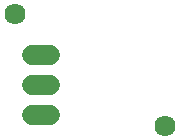
<source format=gbs>
G75*
%MOIN*%
%OFA0B0*%
%FSLAX25Y25*%
%IPPOS*%
%LPD*%
%AMOC8*
5,1,8,0,0,1.08239X$1,22.5*
%
%ADD10C,0.07060*%
%ADD11C,0.06800*%
D10*
X0027162Y0073500D03*
X0077162Y0036098D03*
D11*
X0038863Y0039681D02*
X0032863Y0039681D01*
X0032863Y0049681D02*
X0038863Y0049681D01*
X0038863Y0059681D02*
X0032863Y0059681D01*
M02*

</source>
